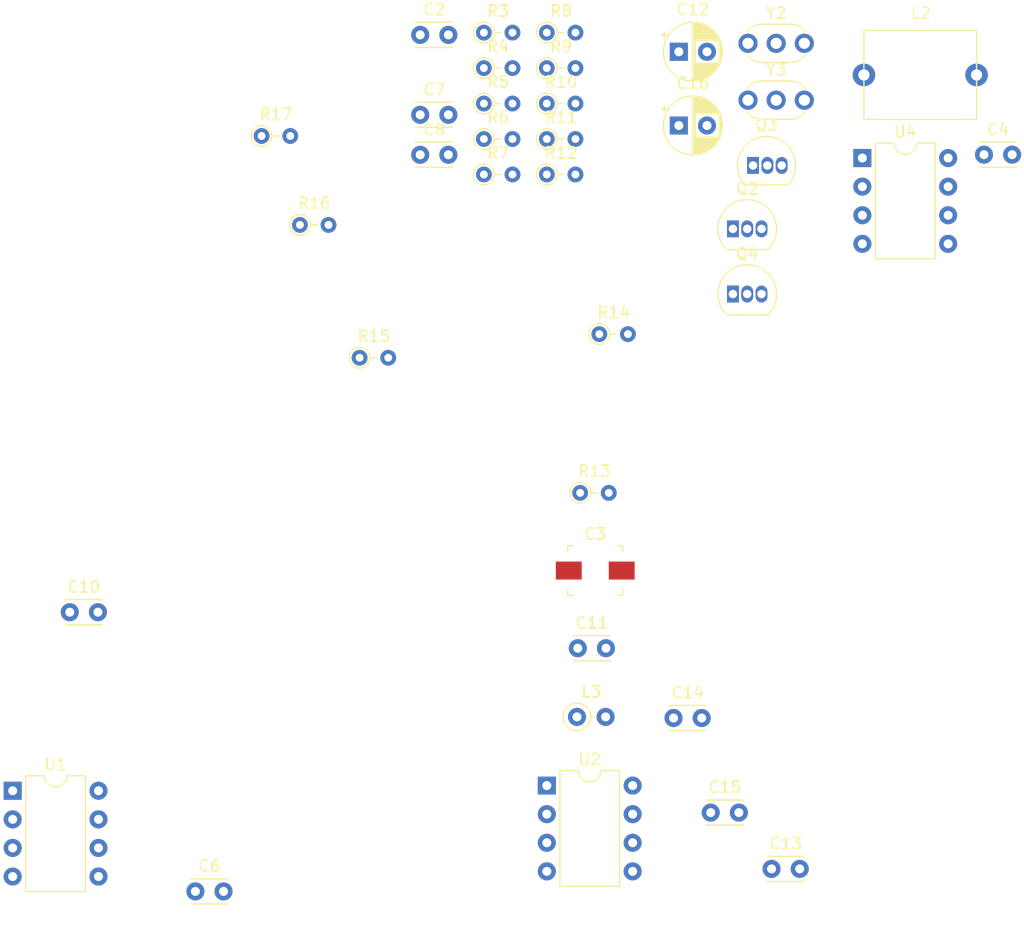
<source format=kicad_pcb>
(kicad_pcb (version 20240108) (generator "pcbnew") (generator_version "8.0")
  (layers (0 "F.Cu" signal) (31 "B.Cu" signal) (34 "B.Paste" user) (35 "F.Paste" user) (36 "B.SilkS" user "B.Silkscreen") (37 "F.SilkS" user "F.Silkscreen") (38 "B.Mask" user) (39 "F.Mask" user) (44 "Edge.Cuts" user))
  (net 0 "")
  (net 1 "Net-(Q2-E)")
  (net 2 "Net-(Q2-B)")
  (net 3 "Net-(Q2-C)")
  (net 4 "Net-(Q3-G)")
  (net 5 "Net-(Q3-S)")
  (net 6 "/Control and DDS/GND")
  (net 7 "/Control and DDS/5V")
  (net 10 "Net-(U1-OUT_a)")
  (net 11 "/Control and DDS/LO_clean")
  (net 12 "Net-(U1-IN_b)")
  (net 13 "Net-(U1-IN_a)")
  (net 14 "Net-(C4-Pad2)")
  (net 15 "Net-(U2-In_a)")
  (net 16 "Net-(U2-In_b)")
  (net 17 "Net-(U2-Out_b)")
  (net 18 "Net-(U2-V_AGC_in)")
  (net 19 "Net-(C6-Pad2)")
  (net 21 "Net-(C7-Pad1)")
  (net 22 "Net-(Q4-B)")
  (net 23 "Net-(U4-PB2)")
  (net 24 "Net-(U4-AREF{slash}PB0)")
  (net 25 "Net-(C8-Pad1)")
  (net 26 "Net-(C16-Pad2)")
  (net 27 "Net-(R11-Pad2)")
  (net 28 "Net-(L2-Pad2)")
  (net 29 "Net-(Q4-C)")
  (net 31 "Net-(R12-Pad1)")
  (net 33 "Net-(R15-Pad2)")
  (footprint "Capacitor_THT:C_Disc_D3.0mm_W2.0mm_P2.50mm" (layer "F.Cu") (at 64.3 158.8)
    (property "Reference" "C6" (at 1.25 -2.25 0) (layer "F.SilkS"))
    (property "Value" "1n")
    (pad "1" thru_hole circle (at 0 0) (size 1.6 1.6) (drill 0.8) (layers "*.Cu" "*.Mask") (net 15 "Net-(U2-In_a)"))
    (pad "2" thru_hole circle (at 2.5 0) (size 1.6 1.6) (drill 0.8) (layers "*.Cu" "*.Mask") (net 19 "Net-(C6-Pad2)"))
  )
  (footprint "Resistor_THT:R_Axial_DIN0204_L3.6mm_D1.6mm_P2.54mm_Vertical" (layer "F.Cu") (at 70.18 91.7)
    (property "Reference" "R17" (at 1.27 -1.92 0) (layer "F.SilkS"))
    (property "Value" "820")
    (pad "1" thru_hole circle (at 0 0) (size 1.4 1.4) (drill 0.7) (layers "*.Cu" "*.Mask") (net 19 "Net-(C6-Pad2)"))
    (pad "2" thru_hole oval (at 2.54 0) (size 1.4 1.4) (drill 0.7) (layers "*.Cu" "*.Mask") (net 6 "/Control and DDS/GND"))
  )
  (footprint "Capacitor_THT:C_Disc_D3.0mm_W2.0mm_P2.50mm" (layer "F.Cu") (at 106.75 143.4)
    (property "Reference" "C14" (at 1.25 -2.25 0) (layer "F.SilkS"))
    (property "Value" "150p")
    (pad "1" thru_hole circle (at 0 0) (size 1.6 1.6) (drill 0.8) (layers "*.Cu" "*.Mask") (net 17 "Net-(U2-Out_b)"))
    (pad "2" thru_hole circle (at 2.5 0) (size 1.6 1.6) (drill 0.8) (layers "*.Cu" "*.Mask") (net 4 "Net-(Q3-G)"))
  )
  (footprint "Resistor_THT:R_Axial_DIN0204_L3.6mm_D1.6mm_P2.54mm_Vertical" (layer "F.Cu") (at 89.91 85.67)
    (property "Reference" "R4" (at 1.27 -1.92 0) (layer "F.SilkS"))
    (property "Value" "2k2")
    (pad "1" thru_hole circle (at 0 0) (size 1.4 1.4) (drill 0.7) (layers "*.Cu" "*.Mask") (net 2 "Net-(Q2-B)"))
    (pad "2" thru_hole oval (at 2.54 0) (size 1.4 1.4) (drill 0.7) (layers "*.Cu" "*.Mask") (net 6 "/Control and DDS/GND"))
  )
  (footprint "Capacitor_THT:C_Disc_D3.0mm_W2.0mm_P2.50mm" (layer "F.Cu") (at 84.26 93.37)
    (property "Reference" "C8" (at 1.25 -2.25 0) (layer "F.SilkS"))
    (property "Value" "47p")
    (pad "1" thru_hole circle (at 0 0) (size 1.6 1.6) (drill 0.8) (layers "*.Cu" "*.Mask") (net 25 "Net-(C8-Pad1)"))
    (pad "2" thru_hole circle (at 2.5 0) (size 1.6 1.6) (drill 0.8) (layers "*.Cu" "*.Mask") (net 2 "Net-(Q2-B)"))
  )
  (footprint "Package_DIP:DIP-8_W7.62mm" (layer "F.Cu") (at 48.08 149.86)
    (property "Reference" "U1" (at 3.81 -2.33 0) (layer "F.SilkS"))
    (property "Value" "NE612")
    (pad "1" thru_hole rect (at 0 0) (size 1.6 1.6) (drill 0.8) (layers "*.Cu" "*.Mask") (net 13 "Net-(U1-IN_a)"))
    (pad "2" thru_hole oval (at 0 2.54) (size 1.6 1.6) (drill 0.8) (layers "*.Cu" "*.Mask") (net 12 "Net-(U1-IN_b)"))
    (pad "3" thru_hole oval (at 0 5.08) (size 1.6 1.6) (drill 0.8) (layers "*.Cu" "*.Mask") (net 6 "/Control and DDS/GND"))
    (pad "4" thru_hole oval (at 0 7.62) (size 1.6 1.6) (drill 0.8) (layers "*.Cu" "*.Mask") (net 10 "Net-(U1-OUT_a)"))
    (pad "5" thru_hole oval (at 7.62 7.62) (size 1.6 1.6) (drill 0.8) (layers "*.Cu" "*.Mask"))
    (pad "6" thru_hole oval (at 7.62 5.08) (size 1.6 1.6) (drill 0.8) (layers "*.Cu" "*.Mask") (net 11 "/Control and DDS/LO_clean"))
    (pad "7" thru_hole oval (at 7.62 2.54) (size 1.6 1.6) (drill 0.8) (layers "*.Cu" "*.Mask"))
    (pad "8" thru_hole oval (at 7.62 0) (size 1.6 1.6) (drill 0.8) (layers "*.Cu" "*.Mask") (net 7 "/Control and DDS/5V"))
  )
  (footprint "Capacitor_THT:CP_Radial_D5.0mm_P2.50mm" (layer "F.Cu") (at 107.219775 84.22)
    (property "Reference" "C12" (at 1.25 -3.75 0) (layer "F.SilkS"))
    (property "Value" "1u")
    (pad "1" thru_hole rect (at 0 0) (size 1.6 1.6) (drill 0.8) (layers "*.Cu" "*.Mask") (net 18 "Net-(U2-V_AGC_in)"))
    (pad "2" thru_hole circle (at 2.5 0) (size 1.6 1.6) (drill 0.8) (layers "*.Cu" "*.Mask") (net 6 "/Control and DDS/GND"))
  )
  (footprint "Resistor_THT:R_Axial_DIN0204_L3.6mm_D1.6mm_P2.54mm_Vertical" (layer "F.Cu") (at 89.91 88.82)
    (property "Reference" "R5" (at 1.27 -1.92 0) (layer "F.SilkS"))
    (property "Value" "330")
    (pad "1" thru_hole circle (at 0 0) (size 1.4 1.4) (drill 0.7) (layers "*.Cu" "*.Mask") (net 7 "/Control and DDS/5V"))
    (pad "2" thru_hole oval (at 2.54 0) (size 1.4 1.4) (drill 0.7) (layers "*.Cu" "*.Mask") (net 3 "Net-(Q2-C)"))
  )
  (footprint "z_Inductor:Inductor_Axial_L10.0mm_D7.9mm_P10.0mm_Horizontal" (layer "F.Cu") (at 128.65 86.28)
    (property "Reference" "L2" (at 0.05 -5.5 0) (layer "F.SilkS") (effects (font (thickness 0.1))))
    (property "Value" "4.7uH")
    (pad "1" thru_hole circle (at -5 0) (size 2 2) (drill 1) (layers "*.Cu" "*.Mask") (net 14 "Net-(C4-Pad2)"))
    (pad "2" thru_hole oval (at 5 0) (size 2 2) (drill 1) (layers "*.Cu" "*.Mask") (net 28 "Net-(L2-Pad2)"))
  )
  (footprint "Capacitor_THT:CP_Radial_D5.0mm_P2.50mm" (layer "F.Cu") (at 107.219775 90.77)
    (property "Reference" "C16" (at 1.25 -3.75 0) (layer "F.SilkS"))
    (property "Value" "1uF")
    (pad "1" thru_hole rect (at 0 0) (size 1.6 1.6) (drill 0.8) (layers "*.Cu" "*.Mask") (net 5 "Net-(Q3-S)"))
    (pad "2" thru_hole circle (at 2.5 0) (size 1.6 1.6) (drill 0.8) (layers "*.Cu" "*.Mask") (net 26 "Net-(C16-Pad2)"))
  )
  (footprint "Package_TO_SOT_THT:TO-92L_Inline" (layer "F.Cu") (at 113.81 94.32)
    (property "Reference" "Q3" (at 1.19 -3.56 0) (layer "F.SilkS"))
    (property "Value" "BF256B")
    (pad "1" thru_hole rect (at 0 0) (size 1.05 1.5) (drill 0.75) (layers "*.Cu" "*.Mask") (net 4 "Net-(Q3-G)"))
    (pad "2" thru_hole oval (at 1.27 0) (size 1.05 1.5) (drill 0.75) (layers "*.Cu" "*.Mask") (net 5 "Net-(Q3-S)"))
    (pad "3" thru_hole oval (at 2.54 0) (size 1.05 1.5) (drill 0.75) (layers "*.Cu" "*.Mask") (net 7 "/Control and DDS/5V"))
  )
  (footprint "Crystal:Resonator_Murata_CSTLSxxxX-3Pin_W5.5mm_H3.0mm" (layer "F.Cu") (at 113.36 83.47)
    (property "Reference" "Y2" (at 2.5 -2.7 0) (layer "F.SilkS"))
    (property "Value" "Resonator")
    (pad "1" thru_hole circle (at 0 0) (size 1.7 1.7) (drill 1) (layers "*.Cu" "*.Mask") (net 31 "Net-(R12-Pad1)"))
    (pad "2" thru_hole circle (at 2.5 0) (size 1.7 1.7) (drill 1) (layers "*.Cu" "*.Mask") (net 6 "/Control and DDS/GND"))
    (pad "3" thru_hole circle (at 5 0) (size 1.7 1.7) (drill 1) (layers "*.Cu" "*.Mask") (net 33 "Net-(R15-Pad2)"))
  )
  (footprint "Capacitor_THT:C_Disc_D3.0mm_W2.0mm_P2.50mm" (layer "F.Cu") (at 134.31 93.36)
    (property "Reference" "C4" (at 1.25 -2.25 0) (layer "F.SilkS"))
    (property "Value" "3pF")
    (pad "1" thru_hole circle (at 0 0) (size 1.6 1.6) (drill 0.8) (layers "*.Cu" "*.Mask") (net 11 "/Control and DDS/LO_clean"))
    (pad "2" thru_hole circle (at 2.5 0) (size 1.6 1.6) (drill 0.8) (layers "*.Cu" "*.Mask") (net 14 "Net-(C4-Pad2)"))
  )
  (footprint "Crystal:Resonator_Murata_CSTLSxxxX-3Pin_W5.5mm_H3.0mm" (layer "F.Cu") (at 113.36 88.52)
    (property "Reference" "Y3" (at 2.5 -2.7 0) (layer "F.SilkS"))
    (property "Value" "Resonator")
    (pad "1" thru_hole circle (at 0 0) (size 1.7 1.7) (drill 1) (layers "*.Cu" "*.Mask") (net 29 "Net-(Q4-C)"))
    (pad "2" thru_hole circle (at 2.5 0) (size 1.7 1.7) (drill 1) (layers "*.Cu" "*.Mask") (net 6 "/Control and DDS/GND"))
    (pad "3" thru_hole circle (at 5 0) (size 1.7 1.7) (drill 1) (layers "*.Cu" "*.Mask") (net 15 "Net-(U2-In_a)"))
  )
  (footprint "Package_TO_SOT_THT:TO-92_Inline" (layer "F.Cu") (at 112.02 105.74)
    (property "Reference" "Q4" (at 1.27 -3.56 0) (layer "F.SilkS"))
    (property "Value" "2N3904")
    (pad "1" thru_hole rect (at 0 0) (size 1.05 1.5) (drill 0.75) (layers "*.Cu" "*.Mask") (net 6 "/Control and DDS/GND"))
    (pad "2" thru_hole oval (at 1.27 0) (size 1.05 1.5) (drill 0.75) (layers "*.Cu" "*.Mask") (net 22 "Net-(Q4-B)"))
    (pad "3" thru_hole oval (at 2.54 0) (size 1.05 1.5) (drill 0.75) (layers "*.Cu" "*.Mask") (net 29 "Net-(Q4-C)"))
  )
  (footprint "Resistor_THT:R_Axial_DIN0204_L3.6mm_D1.6mm_P2.54mm_Vertical" (layer "F.Cu") (at 100.16 109.3)
    (property "Reference" "R14" (at 1.27 -1.92 0) (layer "F.SilkS"))
    (property "Value" "10k")
    (pad "1" thru_hole circle (at 0 0) (size 1.4 1.4) (drill 0.7) (layers "*.Cu" "*.Mask"))
    (pad "2" thru_hole oval (at 2.54 0) (size 1.4 1.4) (drill 0.7) (layers "*.Cu" "*.Mask") (net 5 "Net-(Q3-S)"))
  )
  (footprint "Capacitor_THT:C_Disc_D3.0mm_W2.0mm_P2.50mm" (layer "F.Cu") (at 98.25 137.2)
    (property "Reference" "C11" (at 1.25 -2.25 0) (layer "F.SilkS"))
    (property "Value" "33pF")
    (pad "1" thru_hole circle (at 0 0) (size 1.6 1.6) (drill 0.8) (layers "*.Cu" "*.Mask") (net 7 "/Control and DDS/5V"))
    (pad "2" thru_hole circle (at 2.5 0) (size 1.6 1.6) (drill 0.8) (layers "*.Cu" "*.Mask") (net 17 "Net-(U2-Out_b)"))
  )
  (footprint "Capacitor_THT:C_Disc_D3.0mm_W2.0mm_P2.50mm" (layer "F.Cu") (at 84.26 89.82)
    (property "Reference" "C7" (at 1.25 -2.25 0) (layer "F.SilkS"))
    (property "Value" "1n")
    (pad "1" thru_hole circle (at 0 0) (size 1.6 1.6) (drill 0.8) (layers "*.Cu" "*.Mask") (net 21 "Net-(C7-Pad1)"))
    (pad "2" thru_hole circle (at 2.5 0) (size 1.6 1.6) (drill 0.8) (layers "*.Cu" "*.Mask") (net 22 "Net-(Q4-B)"))
  )
  (footprint "Resistor_THT:R_Axial_DIN0204_L3.6mm_D1.6mm_P2.54mm_Vertical" (layer "F.Cu") (at 89.91 82.52)
    (property "Reference" "R3" (at 1.27 -1.92 0) (layer "F.SilkS"))
    (property "Value" "6k8")
    (pad "1" thru_hole circle (at 0 0) (size 1.4 1.4) (drill 0.7) (layers "*.Cu" "*.Mask") (net 7 "/Control and DDS/5V"))
    (pad "2" thru_hole oval (at 2.54 0) (size 1.4 1.4) (drill 0.7) (layers "*.Cu" "*.Mask") (net 2 "Net-(Q2-B)"))
  )
  (footprint "Resistor_THT:R_Axial_DIN0204_L3.6mm_D1.6mm_P2.54mm_Vertical" (layer "F.Cu") (at 89.91 95.12)
    (property "Reference" "R7" (at 1.27 -1.92 0) (layer "F.SilkS"))
    (property "Value" "4k7")
    (pad "1" thru_hole circle (at 0 0) (size 1.4 1.4) (drill 0.7) (layers "*.Cu" "*.Mask"))
    (pad "2" thru_hole oval (at 2.54 0) (size 1.4 1.4) (drill 0.7) (layers "*.Cu" "*.Mask") (net 18 "Net-(U2-V_AGC_in)"))
  )
  (footprint "Resistor_THT:R_Axial_DIN0204_L3.6mm_D1.6mm_P2.54mm_Vertical" (layer "F.Cu") (at 73.58 99.6)
    (property "Reference" "R16" (at 1.27 -1.92 0) (layer "F.SilkS"))
    (property "Value" "600")
    (pad "1" thru_hole circle (at 0 0) (size 1.4 1.4) (drill 0.7) (layers "*.Cu" "*.Mask") (net 7 "/Control and DDS/5V"))
    (pad "2" thru_hole oval (at 2.54 0) (size 1.4 1.4) (drill 0.7) (layers "*.Cu" "*.Mask") (net 29 "Net-(Q4-C)"))
  )
  (footprint "Package_TO_SOT_THT:TO-92_Inline" (layer "F.Cu") (at 112.02 99.95)
    (property "Reference" "Q2" (at 1.27 -3.56 0) (layer "F.SilkS"))
    (property "Value" "2N3904")
    (pad "1" thru_hole rect (at 0 0) (size 1.05 1.5) (drill 0.75) (layers "*.Cu" "*.Mask") (net 1 "Net-(Q2-E)"))
    (pad "2" thru_hole oval (at 1.27 0) (size 1.05 1.5) (drill 0.75) (layers "*.Cu" "*.Mask") (net 2 "Net-(Q2-B)"))
    (pad "3" thru_hole oval (at 2.54 0) (size 1.05 1.5) (drill 0.75) (layers "*.Cu" "*.Mask") (net 3 "Net-(Q2-C)"))
  )
  (footprint "Resistor_THT:R_Axial_DIN0204_L3.6mm_D1.6mm_P2.54mm_Vertical" (layer "F.Cu") (at 95.5 88.82)
    (property "Reference" "R10" (at 1.27 -1.92 0) (layer "F.SilkS"))
    (property "Value" "33k")
    (pad "1" thru_hole circle (at 0 0) (size 1.4 1.4) (drill 0.7) (layers "*.Cu" "*.Mask") (net 5 "Net-(Q3-S)"))
    (pad "2" thru_hole oval (at 2.54 0) (size 1.4 1.4) (drill 0.7) (layers "*.Cu" "*.Mask") (net 6 "/Control and DDS/GND"))
  )
  (footprint "Resistor_THT:R_Axial_DIN0204_L3.6mm_D1.6mm_P2.54mm_Vertical" (layer "F.Cu") (at 95.5 91.97)
    (property "Reference" "R11" (at 1.27 -1.92 0) (layer "F.SilkS"))
    (property "Value" "1k")
    (pad "1" thru_hole circle (at 0 0) (size 1.4 1.4) (drill 0.7) (layers "*.Cu" "*.Mask") (net 26 "Net-(C16-Pad2)"))
    (pad "2" thru_hole oval (at 2.54 0) (size 1.4 1.4) (drill 0.7) (layers "*.Cu" "*.Mask") (net 27 "Net-(R11-Pad2)"))
  )
  (footprint "Resistor_THT:R_Axial_DIN0204_L3.6mm_D1.6mm_P2.54mm_Vertical" (layer "F.Cu") (at 95.5 85.67)
    (property "Reference" "R9" (at 1.27 -1.92 0) (layer "F.SilkS"))
    (property "Value" "1k5")
    (pad "1" thru_hole circle (at 0 0) (size 1.4 1.4) (drill 0.7) (layers "*.Cu" "*.Mask") (net 25 "Net-(C8-Pad1)"))
    (pad "2" thru_hole oval (at 2.54 0) (size 1.4 1.4) (drill 0.7) (layers "*.Cu" "*.Mask") (net 10 "Net-(U1-OUT_a)"))
  )
  (footprint "Resistor_THT:R_Axial_DIN0204_L3.6mm_D1.6mm_P2.54mm_Vertical" (layer "F.Cu") (at 98.46 123.4)
    (property "Reference" "R13" (at 1.27 -1.92 0) (layer "F.SilkS"))
    (property "Value" "470k")
    (pad "1" thru_hole circle (at 0 0) (size 1.4 1.4) (drill 0.7) (layers "*.Cu" "*.Mask") (net 7 "/Control and DDS/5V"))
    (pad "2" thru_hole oval (at 2.54 0) (size 1.4 1.4) (drill 0.7) (layers "*.Cu" "*.Mask") (net 17 "Net-(U2-Out_b)"))
  )
  (footprint "Capacitor_THT:C_Disc_D3.0mm_W2.0mm_P2.50mm" (layer "F.Cu") (at 53.15 134)
    (property "Reference" "C10" (at 1.25 -2.25 0) (layer "F.SilkS"))
    (property "Value" "330p")
    (pad "1" thru_hole circle (at 0 0) (size 1.6 1.6) (drill 0.8) (layers "*.Cu" "*.Mask") (net 1 "Net-(Q2-E)"))
    (pad "2" thru_hole circle (at 2.5 0) (size 1.6 1.6) (drill 0.8) (layers "*.Cu" "*.Mask") (net 6 "/Control and DDS/GND"))
  )
  (footprint "Inductor_THT:L_Axial_L5.3mm_D2.2mm_P2.54mm_Vertical_Vishay_IM-1" (layer "F.Cu") (at 98.18 143.3)
    (property "Reference" "L3" (at 1.27 -2.22 0) (layer "F.SilkS"))
    (property "Value" "4.7uH")
    (pad "1" thru_hole circle (at 0 0) (size 1.6 1.6) (drill 0.8) (layers "*.Cu" "*.Mask") (net 7 "/Control and DDS/5V"))
    (pad "2" thru_hole oval (at 2.54 0) (size 1.6 1.6) (drill 0.8) (layers "*.Cu" "*.Mask") (net 17 "Net-(U2-Out_b)"))
  )
  (footprint "Resistor_THT:R_Axial_DIN0204_L3.6mm_D1.6mm_P2.54mm_Vertical" (layer "F.Cu") (at 89.91 91.97)
    (property "Reference" "R6" (at 1.27 -1.92 0) (layer "F.SilkS"))
    (property "Value" "150")
    (pad "1" thru_hole circle (at 0 0) (size 1.4 1.4) (drill 0.7) (layers "*.Cu" "*.Mask") (net 1 "Net-(Q2-E)"))
    (pad "2" thru_hole oval (at 2.54 0) (size 1.4 1.4) (drill 0.7) (layers "*.Cu" "*.Mask") (net 6 "/Control and DDS/GND"))
  )
  (footprint "Package_DIP:DIP-8_W7.62mm" (layer "F.Cu") (at 95.5 149.4)
    (property "Reference" "U2" (at 3.81 -2.33 0) (layer "F.SilkS"))
    (property "Value" "MC1350")
    (pad "1" thru_hole rect (at 0 0) (size 1.6 1.6) (drill 0.8) (layers "*.Cu" "*.Mask") (net 7 "/Control and DDS/5V"))
    (pad "2" thru_hole oval (at 0 2.54) (size 1.6 1.6) (drill 0.8) (layers "*.Cu" "*.Mask") (net 7 "/Control and DDS/5V"))
    (pad "3" thru_hole oval (at 0 5.08) (size 1.6 1.6) (drill 0.8) (layers "*.Cu" "*.Mask"))
    (pad "4" thru_hole oval (at 0 7.62) (size 1.6 1.6) (drill 0.8) (layers "*.Cu" "*.Mask") (net 15 "Net-(U2-In_a)"))
    (pad "5" thru_hole oval (at 7.62 7.62) (size 1.6 1.6) (drill 0.8) (layers "*.Cu" "*.Mask") (net 18 "Net-(U2-V_AGC_in)"))
    (pad "6" thru_hole oval (at 7.62 5.08) (size 1.6 1.6) (drill 0.8) (layers "*.Cu" "*.Mask") (net 16 "Net-(U2-In_b)"))
    (pad "7" thru_hole oval (at 7.62 2.54) (size 1.6 1.6) (drill 0.8) (layers "*.Cu" "*.Mask") (net 6 "/Control and DDS/GND"))
    (pad "8" thru_hole oval (at 7.62 0) (size 1.6 1.6) (drill 0.8) (layers "*.Cu" "*.Mask") (net 17 "Net-(U2-Out_b)"))
  )
  (footprint "Capacitor_SMD:C_Trimmer_Murata_TZB4-A" (layer "F.Cu") (at 99.8 130.3)
    (property "Reference" "C3" (at 0 -3.25 0) (layer "F.SilkS"))
    (property "Value" "3-18pF")
    (pad "1" smd rect (at -2.35 0) (size 2.3 1.6) (layers "F.Cu" "F.Paste" "F.Mask") (net 7 "/Control and DDS/5V"))
    (pad "2" smd rect (at 2.35 0) (size 2.3 1.6) (layers "F.Cu" "F.Paste" "F.Mask") (net 17 "Net-(U2-Out_b)"))
  )
  (footprint "Package_DIP:DIP-8_W7.62mm" (layer "F.Cu") (at 123.51 93.66)
    (property "Reference" "U4" (at 3.81 -2.33 0) (layer "F.SilkS"))
    (property "Value" "ATtiny85-20P")
    (pad "1" thru_hole rect (at 0 0) (size 1.6 1.6) (drill 0.8) (layers "*.Cu" "*.Mask"))
    (pad "2" thru_hole oval (at 0 2.54) (size 1.6 1.6) (drill 0.8) (layers "*.Cu" "*.Mask"))
    (pad "3" thru_hole oval (at 0 5.08) (size 1.6 1.6) (drill 0.8) (layers "*.Cu" "*.Mask"))
    (pad "4" thru_hole oval (at 0 7.62) (size 1.6 1.6) (drill 0.8) (layers "*.Cu" "*.Mask") (net 6 "/Control and DDS/GND"))
    (pad "5" thru_hole oval (at 7.62 7.62) (size 1.6 1.6) (drill 0.8) (layers "*.Cu" "*.Mask") (net 24 "Net-(U4-AREF{slash}PB0)"))
    (pad "6" thru_hole oval (at 7.62 5.08) (size 1.6 1.6) (drill 0.8) (layers "*.Cu" "*.Mask"))
    (pad "7" thru_hole oval (at 7.62 2.54) (size 1.6 1.6) (drill 0.8) (layers "*.Cu" "*.Mask") (net 23 "Net-(U4-PB2)"))
    (pad "8" thru_hole oval (at 7.62 0) (size 1.6 1.6) (drill 0.8) (layers "*.Cu" "*.Mask") (net 7 "/Control and DDS/5V"))
  )
  (footprint "Capacitor_THT:C_Disc_D3.0mm_W2.0mm_P2.50mm" (layer "F.Cu") (at 84.26 82.72)
    (property "Reference" "C2" (at 1.25 -2.25 0) (layer "F.SilkS"))
    (property "Value" "10nF")
    (pad "1" thru_hole circle (at 0 0) (size 1.6 1.6) (drill 0.8) (layers "*.Cu" "*.Mask") (net 6 "/Control and DDS/GND"))
    (pad "2" thru_hole circle (at 2.5 0) (size 1.6 1.6) (drill 0.8) (layers "*.Cu" "*.Mask") (net 12 "Net-(U1-IN_b)"))
  )
  (footprint "Resistor_THT:R_Axial_DIN0204_L3.6mm_D1.6mm_P2.54mm_Vertical" (layer "F.Cu") (at 78.88 111.4)
    (property "Reference" "R15" (at 1.27 -1.92 0) (layer "F.SilkS"))
    (property "Value" "560")
    (pad "1" thru_hole circle (at 0 0) (size 1.4 1.4) (drill 0.7) (layers "*.Cu" "*.Mask") (net 21 "Net-(C7-Pad1)"))
    (pad "2" thru_hole oval (at 2.54 0) (size 1.4 1.4) (drill 0.7) (layers "*.Cu" "*.Mask") (net 33 "Net-(R15-Pad2)"))
  )
  (footprint "Resistor_THT:R_Axial_DIN0204_L3.6mm_D1.6mm_P2.54mm_Vertical" (layer "F.Cu") (at 95.5 82.52)
    (property "Reference" "R8" (at 1.27 -1.92 0) (layer "F.SilkS"))
    (property "Value" "100k")
    (pad "1" thru_hole circle (at 0 0) (size 1.4 1.4) (drill 0.7) (layers "*.Cu" "*.Mask") (net 4 "Net-(Q3-G)"))
    (pad "2" thru_hole oval (at 2.54 0) (size 1.4 1.4) (drill 0.7) (layers "*.Cu" "*.Mask") (net 6 "/Control and DDS/GND"))
  )
  (footprint "Resistor_THT:R_Axial_DIN0204_L3.6mm_D1.6mm_P2.54mm_Vertical" (layer "F.Cu") (at 95.5 95.12)
    (property "Reference" "R12" (at 1.27 -1.92 0) (layer "F.SilkS"))
    (property "Value" "270")
    (pad "1" thru_hole circle (at 0 0) (size 1.4 1.4) (drill 0.7) (layers "*.Cu" "*.Mask") (net 31 "Net-(R12-Pad1)"))
    (pad "2" thru_hole oval (at 2.54 0) (size 1.4 1.4) (drill 0.7) (layers "*.Cu" "*.Mask") (net 3 "Net-(Q2-C)"))
  )
  (footprint "Capacitor_THT:C_Disc_D3.0mm_W2.0mm_P2.50mm" (layer "F.Cu") (at 110.05 151.8)
    (property "Reference" "C15" (at 1.25 -2.25 0) (layer "F.SilkS"))
    (property "Value" "10n")
    (pad "1" thru_hole circle (at 0 0) (size 1.6 1.6) (drill 0.8) (layers "*.Cu" "*.Mask") (net 5 "Net-(Q3-S)"))
    (pad "2" thru_hole circle (at 2.5 0) (size 1.6 1.6) (drill 0.8) (layers "*.Cu" "*.Mask") (net 6 "/Control and DDS/GND"))
  )
  (footprint "Capacitor_THT:C_Disc_D3.0mm_W2.0mm_P2.50mm" (layer "F.Cu") (at 115.45 156.8)
    (property "Reference" "C13" (at 1.25 -2.25 0) (layer "F.SilkS"))
    (property "Value" "10n")
    (pad "1" thru_hole circle (at 0 0) (size 1.6 1.6) (drill 0.8) (layers "*.Cu" "*.Mask") (net 16 "Net-(U2-In_b)"))
    (pad "2" thru_hole circle (at 2.5 0) (size 1.6 1.6) (drill 0.8) (layers "*.Cu" "*.Mask") (net 6 "/Control and DDS/GND"))
  )
)
</source>
